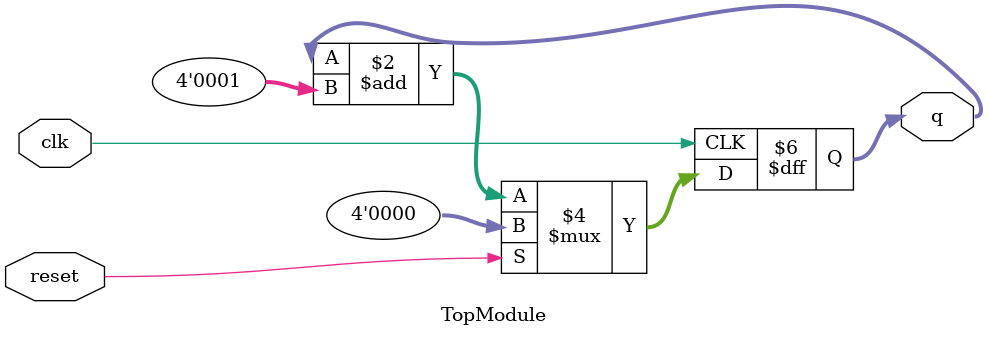
<source format=sv>

module TopModule (
    input  wire        clk,   // clock input
    input  wire        reset, // active‑high synchronous reset
    output reg  [3:0]  q      // 4‑bit counter output
);

    // Synchronous logic: increment or reset on the rising edge of clk
    always @(posedge clk) begin
        if (reset)          // synchronous reset
            q <= 4'd0;      // reset counter to 0
        else
            q <= q + 4'd1;  // increment modulo 16 (wrap‑around automatically)
    end

endmodule

// VERILOG-EVAL: errant inclusion of module definition

</source>
